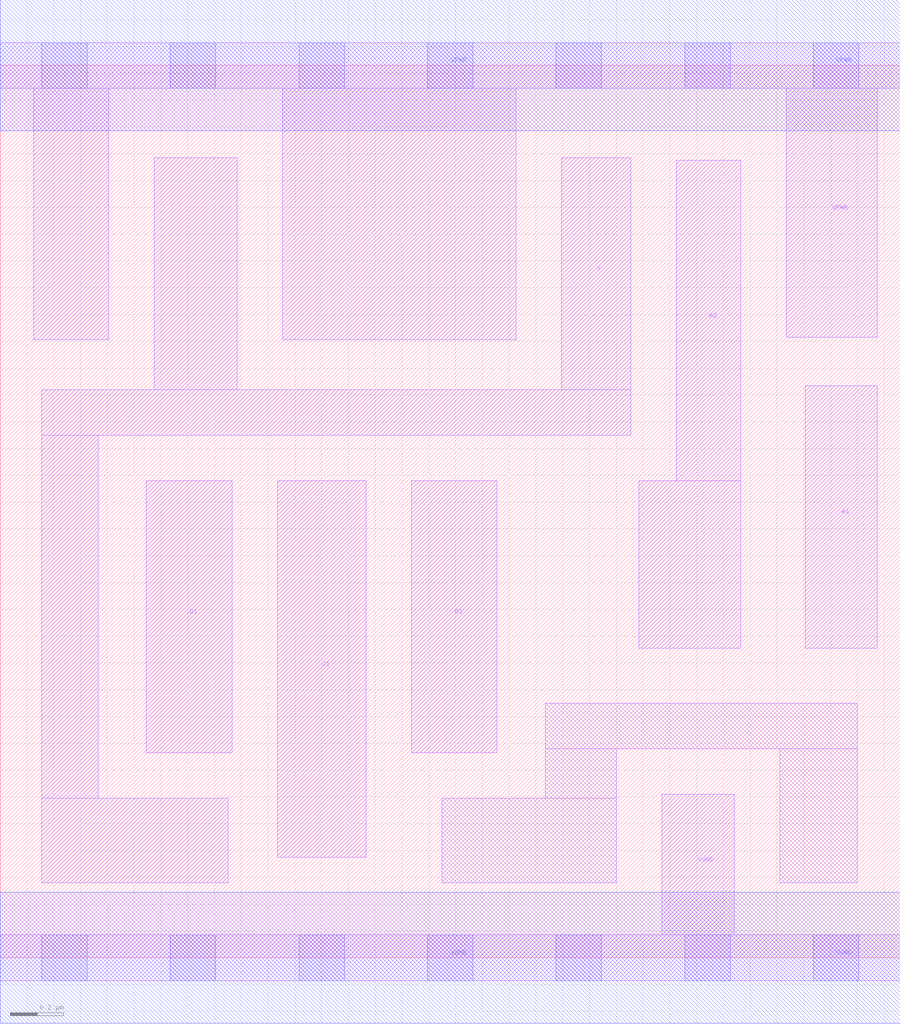
<source format=lef>
# Copyright 2020 The SkyWater PDK Authors
#
# Licensed under the Apache License, Version 2.0 (the "License");
# you may not use this file except in compliance with the License.
# You may obtain a copy of the License at
#
#     https://www.apache.org/licenses/LICENSE-2.0
#
# Unless required by applicable law or agreed to in writing, software
# distributed under the License is distributed on an "AS IS" BASIS,
# WITHOUT WARRANTIES OR CONDITIONS OF ANY KIND, either express or implied.
# See the License for the specific language governing permissions and
# limitations under the License.
#
# SPDX-License-Identifier: Apache-2.0

VERSION 5.7 ;
  NAMESCASESENSITIVE ON ;
  NOWIREEXTENSIONATPIN ON ;
  DIVIDERCHAR "/" ;
  BUSBITCHARS "[]" ;
UNITS
  DATABASE MICRONS 200 ;
END UNITS
MACRO sky130_fd_sc_lp__o2111ai_0
  CLASS CORE ;
  SOURCE USER ;
  FOREIGN sky130_fd_sc_lp__o2111ai_0 ;
  ORIGIN  0.000000  0.000000 ;
  SIZE  3.360000 BY  3.330000 ;
  SYMMETRY X Y R90 ;
  SITE unit ;
  PIN A1
    ANTENNAGATEAREA  0.159000 ;
    DIRECTION INPUT ;
    USE SIGNAL ;
    PORT
      LAYER li1 ;
        RECT 3.005000 1.155000 3.275000 2.135000 ;
    END
  END A1
  PIN A2
    ANTENNAGATEAREA  0.159000 ;
    DIRECTION INPUT ;
    USE SIGNAL ;
    PORT
      LAYER li1 ;
        RECT 2.385000 1.155000 2.765000 1.780000 ;
        RECT 2.525000 1.780000 2.765000 2.975000 ;
    END
  END A2
  PIN B1
    ANTENNAGATEAREA  0.159000 ;
    DIRECTION INPUT ;
    USE SIGNAL ;
    PORT
      LAYER li1 ;
        RECT 1.535000 0.765000 1.855000 1.780000 ;
    END
  END B1
  PIN C1
    ANTENNAGATEAREA  0.159000 ;
    DIRECTION INPUT ;
    USE SIGNAL ;
    PORT
      LAYER li1 ;
        RECT 1.035000 0.375000 1.365000 1.780000 ;
    END
  END C1
  PIN D1
    ANTENNAGATEAREA  0.159000 ;
    DIRECTION INPUT ;
    USE SIGNAL ;
    PORT
      LAYER li1 ;
        RECT 0.545000 0.765000 0.865000 1.780000 ;
    END
  END D1
  PIN Y
    ANTENNADIFFAREA  0.644500 ;
    DIRECTION OUTPUT ;
    USE SIGNAL ;
    PORT
      LAYER li1 ;
        RECT 0.155000 0.280000 0.850000 0.595000 ;
        RECT 0.155000 0.595000 0.365000 1.950000 ;
        RECT 0.155000 1.950000 2.355000 2.120000 ;
        RECT 0.575000 2.120000 0.885000 2.985000 ;
        RECT 2.095000 2.120000 2.355000 2.985000 ;
    END
  END Y
  PIN VGND
    DIRECTION INOUT ;
    USE GROUND ;
    PORT
      LAYER li1 ;
        RECT 0.000000 -0.085000 3.360000 0.085000 ;
        RECT 2.470000  0.085000 2.740000 0.610000 ;
      LAYER mcon ;
        RECT 0.155000 -0.085000 0.325000 0.085000 ;
        RECT 0.635000 -0.085000 0.805000 0.085000 ;
        RECT 1.115000 -0.085000 1.285000 0.085000 ;
        RECT 1.595000 -0.085000 1.765000 0.085000 ;
        RECT 2.075000 -0.085000 2.245000 0.085000 ;
        RECT 2.555000 -0.085000 2.725000 0.085000 ;
        RECT 3.035000 -0.085000 3.205000 0.085000 ;
      LAYER met1 ;
        RECT 0.000000 -0.245000 3.360000 0.245000 ;
    END
  END VGND
  PIN VPWR
    DIRECTION INOUT ;
    USE POWER ;
    PORT
      LAYER li1 ;
        RECT 0.000000 3.245000 3.360000 3.415000 ;
        RECT 0.125000 2.305000 0.405000 3.245000 ;
        RECT 1.055000 2.305000 1.925000 3.245000 ;
        RECT 2.935000 2.315000 3.275000 3.245000 ;
      LAYER mcon ;
        RECT 0.155000 3.245000 0.325000 3.415000 ;
        RECT 0.635000 3.245000 0.805000 3.415000 ;
        RECT 1.115000 3.245000 1.285000 3.415000 ;
        RECT 1.595000 3.245000 1.765000 3.415000 ;
        RECT 2.075000 3.245000 2.245000 3.415000 ;
        RECT 2.555000 3.245000 2.725000 3.415000 ;
        RECT 3.035000 3.245000 3.205000 3.415000 ;
      LAYER met1 ;
        RECT 0.000000 3.085000 3.360000 3.575000 ;
    END
  END VPWR
  OBS
    LAYER li1 ;
      RECT 1.650000 0.280000 2.300000 0.595000 ;
      RECT 2.035000 0.595000 2.300000 0.780000 ;
      RECT 2.035000 0.780000 3.200000 0.950000 ;
      RECT 2.910000 0.280000 3.200000 0.780000 ;
  END
END sky130_fd_sc_lp__o2111ai_0

</source>
